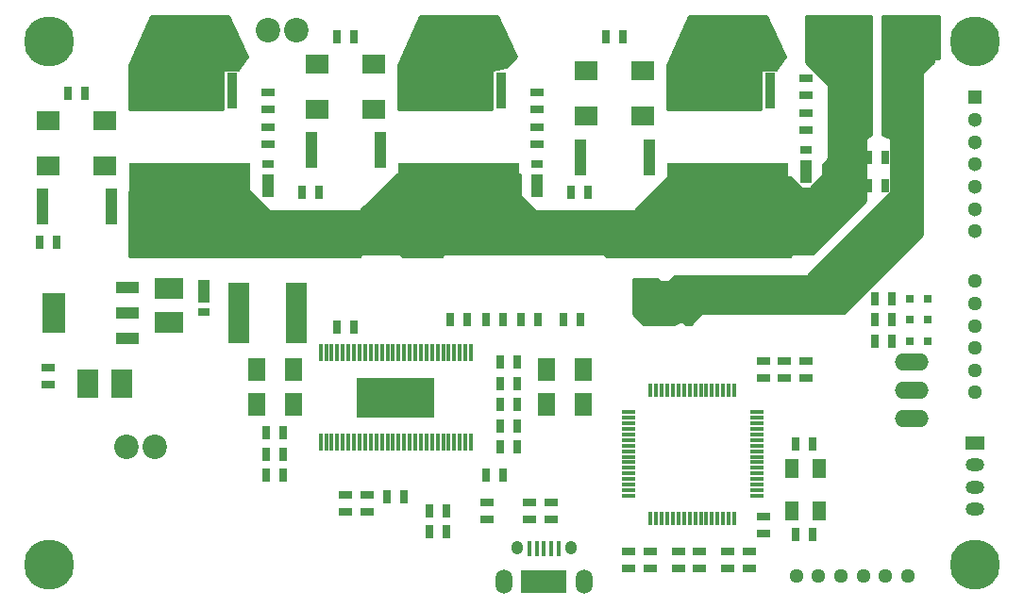
<source format=gts>
G04 #@! TF.FileFunction,Soldermask,Top*
%FSLAX46Y46*%
G04 Gerber Fmt 4.6, Leading zero omitted, Abs format (unit mm)*
G04 Created by KiCad (PCBNEW 4.0.7-e1-6374~58~ubuntu14.04.1) date Tue Aug 22 11:21:06 2017*
%MOMM*%
%LPD*%
G01*
G04 APERTURE LIST*
%ADD10C,0.100000*%
%ADD11R,1.524000X2.032000*%
%ADD12R,1.143000X0.635000*%
%ADD13R,0.635000X1.143000*%
%ADD14R,1.950720X2.499360*%
%ADD15R,1.849120X5.499100*%
%ADD16R,2.499360X1.950720*%
%ADD17R,1.100000X0.800000*%
%ADD18R,1.100000X2.000000*%
%ADD19R,2.159000X1.778000*%
%ADD20O,3.048000X1.524000*%
%ADD21C,1.300480*%
%ADD22R,1.300000X1.300000*%
%ADD23C,1.300000*%
%ADD24R,5.000000X4.000000*%
%ADD25R,1.699260X1.198880*%
%ADD26O,1.699260X1.198880*%
%ADD27R,10.800080X8.150860*%
%ADD28R,0.899160X3.200400*%
%ADD29R,1.000000X3.200000*%
%ADD30R,1.300480X0.300000*%
%ADD31R,0.300000X1.300480*%
%ADD32R,2.032000X3.657600*%
%ADD33R,2.032000X1.016000*%
%ADD34R,0.299720X1.501140*%
%ADD35R,7.000240X3.599180*%
%ADD36R,0.400000X1.350000*%
%ADD37O,1.050000X1.250000*%
%ADD38O,1.500000X2.200000*%
%ADD39R,4.100000X2.000000*%
%ADD40R,1.198880X1.800860*%
%ADD41R,0.800000X0.800000*%
%ADD42C,4.500000*%
%ADD43C,2.200000*%
%ADD44R,2.400000X2.400000*%
%ADD45C,2.400000*%
%ADD46C,0.254000*%
G04 APERTURE END LIST*
D10*
D11*
X89916000Y-65405000D03*
X86614000Y-65405000D03*
D12*
X106045000Y-78613000D03*
X106045000Y-80137000D03*
X95885000Y-81788000D03*
X95885000Y-83312000D03*
X102870000Y-81788000D03*
X102870000Y-83312000D03*
X100330000Y-81788000D03*
X100330000Y-83312000D03*
D11*
X89916000Y-68580000D03*
X86614000Y-68580000D03*
X60579000Y-68580000D03*
X63881000Y-68580000D03*
D13*
X110490000Y-80264000D03*
X108966000Y-80264000D03*
D12*
X68580000Y-76708000D03*
X68580000Y-78232000D03*
D13*
X77597000Y-80010000D03*
X76073000Y-80010000D03*
X72263000Y-76835000D03*
X73787000Y-76835000D03*
X82677000Y-74930000D03*
X81153000Y-74930000D03*
D12*
X41910000Y-65278000D03*
X41910000Y-66802000D03*
D14*
X45466000Y-66675000D03*
X48514000Y-66675000D03*
D12*
X70485000Y-76708000D03*
X70485000Y-78232000D03*
D13*
X69342000Y-61595000D03*
X67818000Y-61595000D03*
X77978000Y-60960000D03*
X79502000Y-60960000D03*
X81153000Y-60960000D03*
X82677000Y-60960000D03*
X108966000Y-72136000D03*
X110490000Y-72136000D03*
D11*
X60579000Y-65405000D03*
X63881000Y-65405000D03*
D12*
X106045000Y-64643000D03*
X106045000Y-66167000D03*
D13*
X43688000Y-40640000D03*
X45212000Y-40640000D03*
X67818000Y-35560000D03*
X69342000Y-35560000D03*
X91948000Y-35560000D03*
X93472000Y-35560000D03*
D15*
X59019440Y-60325000D03*
X64170560Y-60325000D03*
D13*
X77597000Y-78105000D03*
X76073000Y-78105000D03*
X62992000Y-71120000D03*
X61468000Y-71120000D03*
D16*
X52705000Y-58166000D03*
X52705000Y-61214000D03*
D13*
X83947000Y-64770000D03*
X82423000Y-64770000D03*
X83947000Y-66675000D03*
X82423000Y-66675000D03*
X83947000Y-68580000D03*
X82423000Y-68580000D03*
X83947000Y-70485000D03*
X82423000Y-70485000D03*
X83947000Y-72390000D03*
X82423000Y-72390000D03*
D17*
X61595000Y-47010000D03*
D18*
X61595000Y-48910000D03*
D17*
X85725000Y-47010000D03*
D18*
X85725000Y-48910000D03*
D17*
X109855000Y-45740000D03*
D18*
X109855000Y-47640000D03*
D19*
X46990000Y-47117000D03*
X46990000Y-43053000D03*
X41910000Y-43053000D03*
X41910000Y-47117000D03*
X71120000Y-42037000D03*
X71120000Y-37973000D03*
X66040000Y-37973000D03*
X66040000Y-42037000D03*
X95250000Y-42672000D03*
X95250000Y-38608000D03*
X90170000Y-38608000D03*
X90170000Y-42672000D03*
D17*
X55880000Y-60305000D03*
D18*
X55880000Y-58405000D03*
D20*
X119380000Y-69850000D03*
X119380000Y-67310000D03*
X119380000Y-64770000D03*
D21*
X112999240Y-84000000D03*
X115000760Y-84000000D03*
X116999740Y-84000000D03*
X119001260Y-84000000D03*
X111000260Y-84000000D03*
X108998740Y-84000000D03*
X125000000Y-63500760D03*
X125000000Y-61499240D03*
X125000000Y-59500260D03*
X125000000Y-57498740D03*
X125000000Y-65499740D03*
X125000000Y-67501260D03*
D22*
X125000000Y-40995440D03*
D23*
X125000000Y-44998480D03*
X125000000Y-42996960D03*
X125000000Y-46997460D03*
X125000000Y-48998980D03*
X125000000Y-51000500D03*
X125000000Y-52999480D03*
D24*
X112395000Y-35560000D03*
X119380000Y-35560000D03*
X102870000Y-35560000D03*
X78740000Y-35560000D03*
X54610000Y-35560000D03*
D25*
X125000000Y-71997720D03*
D26*
X125000000Y-76000760D03*
X125000000Y-73999240D03*
X125000000Y-77999740D03*
D27*
X54610000Y-50985420D03*
D28*
X58420000Y-40383460D03*
X57150000Y-40383460D03*
X55880000Y-40383460D03*
X53340000Y-40383460D03*
X52070000Y-40383460D03*
X50800000Y-40383460D03*
D27*
X78740000Y-50985420D03*
D28*
X82550000Y-40383460D03*
X81280000Y-40383460D03*
X80010000Y-40383460D03*
X77470000Y-40383460D03*
X76200000Y-40383460D03*
X74930000Y-40383460D03*
D27*
X102870000Y-50985420D03*
D28*
X106680000Y-40383460D03*
X105410000Y-40383460D03*
X104140000Y-40383460D03*
X101600000Y-40383460D03*
X100330000Y-40383460D03*
X99060000Y-40383460D03*
D12*
X109855000Y-64643000D03*
X109855000Y-66167000D03*
X107950000Y-64643000D03*
X107950000Y-66167000D03*
X81280000Y-78867000D03*
X81280000Y-77343000D03*
X98425000Y-83312000D03*
X98425000Y-81788000D03*
X104775000Y-83312000D03*
X104775000Y-81788000D03*
X93980000Y-83312000D03*
X93980000Y-81788000D03*
D29*
X47550000Y-50800000D03*
X41350000Y-50800000D03*
X71680000Y-45720000D03*
X65480000Y-45720000D03*
D13*
X61468000Y-74930000D03*
X62992000Y-74930000D03*
X62992000Y-73025000D03*
X61468000Y-73025000D03*
X117602000Y-62865000D03*
X116078000Y-62865000D03*
X90297000Y-49530000D03*
X88773000Y-49530000D03*
X66167000Y-49530000D03*
X64643000Y-49530000D03*
D12*
X61595000Y-43688000D03*
X61595000Y-45212000D03*
D13*
X41148000Y-53975000D03*
X42672000Y-53975000D03*
D12*
X85725000Y-43688000D03*
X85725000Y-45212000D03*
D13*
X117602000Y-60960000D03*
X116078000Y-60960000D03*
X117602000Y-59055000D03*
X116078000Y-59055000D03*
D29*
X95810000Y-46355000D03*
X89610000Y-46355000D03*
D12*
X109855000Y-42418000D03*
X109855000Y-43942000D03*
D13*
X89662000Y-60960000D03*
X88138000Y-60960000D03*
X85852000Y-60960000D03*
X84328000Y-60960000D03*
D12*
X85090000Y-77343000D03*
X85090000Y-78867000D03*
X86995000Y-77343000D03*
X86995000Y-78867000D03*
D30*
X105445560Y-75275440D03*
X105445560Y-74775060D03*
X105445560Y-74274680D03*
X105445560Y-73774300D03*
X105445560Y-73273920D03*
X105445560Y-76774040D03*
X105445560Y-76276200D03*
X105445560Y-75775820D03*
D31*
X103444040Y-67274440D03*
X102946200Y-67274440D03*
X102445820Y-67274440D03*
X101945440Y-67274440D03*
X101445060Y-67274440D03*
X100944680Y-67274440D03*
X100444300Y-67274440D03*
X99943920Y-67274440D03*
D30*
X93944440Y-69275960D03*
X93944440Y-69773800D03*
X93944440Y-70274180D03*
X93944440Y-70774560D03*
X93944440Y-71274940D03*
X93944440Y-71775320D03*
X93944440Y-72275700D03*
X93944440Y-72776080D03*
D31*
X95945960Y-78775560D03*
X96443800Y-78775560D03*
X96944180Y-78775560D03*
X97444560Y-78775560D03*
X97944940Y-78775560D03*
X98445320Y-78775560D03*
X98945700Y-78775560D03*
X99446080Y-78775560D03*
D30*
X105445560Y-72776080D03*
X105445560Y-72275700D03*
X105445560Y-71775320D03*
D31*
X99446080Y-67274440D03*
X98945700Y-67274440D03*
X98445320Y-67274440D03*
D30*
X93944440Y-73273920D03*
X93944440Y-73774300D03*
X93944440Y-74274680D03*
D31*
X99943920Y-78775560D03*
X100444300Y-78775560D03*
X100944680Y-78775560D03*
D30*
X105445560Y-71274940D03*
X105445560Y-70774560D03*
X105445560Y-70274180D03*
X105445560Y-69773800D03*
X105445560Y-69275960D03*
D31*
X97944940Y-67274440D03*
X97444560Y-67274440D03*
X96944180Y-67274440D03*
X96443800Y-67274440D03*
X95945960Y-67274440D03*
D30*
X93944440Y-74775060D03*
X93944440Y-75275440D03*
X93944440Y-75775820D03*
X93944440Y-76276200D03*
X93944440Y-76774040D03*
D31*
X101445060Y-78775560D03*
X101945440Y-78775560D03*
X102445820Y-78775560D03*
X102946200Y-78775560D03*
X103444040Y-78775560D03*
D32*
X42418000Y-60325000D03*
D33*
X49022000Y-60325000D03*
X49022000Y-58039000D03*
X49022000Y-62611000D03*
D34*
X75328780Y-63944500D03*
X74828400Y-63944500D03*
X74328020Y-63944500D03*
X73827640Y-63944500D03*
X73327260Y-63944500D03*
X72829420Y-63944500D03*
X72329040Y-63944500D03*
X71828660Y-63944500D03*
X71328280Y-63944500D03*
X70827900Y-63944500D03*
X70327520Y-63944500D03*
X79827120Y-63944500D03*
X79329280Y-63944500D03*
X78828900Y-63944500D03*
X74328020Y-71945500D03*
X77828140Y-63944500D03*
X77327760Y-63944500D03*
X76827380Y-63944500D03*
X76329540Y-63944500D03*
X75829160Y-63944500D03*
X71828660Y-71945500D03*
X72329040Y-71945500D03*
X72829420Y-71945500D03*
X73327260Y-71945500D03*
X73827640Y-71945500D03*
X78328520Y-63944500D03*
X74828400Y-71945500D03*
X75328780Y-71945500D03*
X75829160Y-71945500D03*
X76329540Y-71945500D03*
X76827380Y-71945500D03*
X77327760Y-71945500D03*
X77828140Y-71945500D03*
X66329560Y-71945500D03*
X66827400Y-71945500D03*
X67327780Y-71945500D03*
X67828160Y-71945500D03*
X68328540Y-71945500D03*
X68828920Y-71945500D03*
X69329300Y-71945500D03*
X69827140Y-71945500D03*
X70327520Y-71945500D03*
X70827900Y-71945500D03*
X71328280Y-71945500D03*
X78328520Y-71945500D03*
X78828900Y-71945500D03*
X79329280Y-71945500D03*
X79827120Y-71945500D03*
X69827140Y-63944500D03*
X69329300Y-63944500D03*
X68828920Y-63944500D03*
X68328540Y-63944500D03*
X67828160Y-63944500D03*
X67327780Y-63944500D03*
X66827400Y-63944500D03*
X66329560Y-63944500D03*
D35*
X73025000Y-67945000D03*
D36*
X85060000Y-81555000D03*
X85710000Y-81555000D03*
X86360000Y-81555000D03*
X87010000Y-81555000D03*
X87660000Y-81555000D03*
D37*
X83935000Y-81455000D03*
X88785000Y-81455000D03*
D38*
X82760000Y-84455000D03*
X89960000Y-84455000D03*
D39*
X86360000Y-84455000D03*
D40*
X108605320Y-78099920D03*
X111104680Y-78099920D03*
X111104680Y-74300080D03*
X108605320Y-74300080D03*
D41*
X119215000Y-60960000D03*
X120815000Y-60960000D03*
X119215000Y-59055000D03*
X120815000Y-59055000D03*
X119215000Y-62865000D03*
X120815000Y-62865000D03*
D12*
X61595000Y-40513000D03*
X61595000Y-42037000D03*
X85725000Y-40513000D03*
X85725000Y-42037000D03*
X109855000Y-39243000D03*
X109855000Y-40767000D03*
D42*
X125010000Y-36000000D03*
X42010000Y-36000000D03*
X125010000Y-83000000D03*
X42010000Y-83000000D03*
D13*
X115443000Y-46355000D03*
X116967000Y-46355000D03*
X115443000Y-48895000D03*
X116967000Y-48895000D03*
D43*
X64135000Y-34925000D03*
X61595000Y-34925000D03*
X51435000Y-72390000D03*
X48895000Y-72390000D03*
D44*
X113665000Y-40005000D03*
D45*
X118665000Y-40005000D03*
D44*
X113665000Y-43180000D03*
D45*
X118665000Y-43180000D03*
D46*
G36*
X115697000Y-44371510D02*
X115259204Y-44590408D01*
X115219485Y-44621454D01*
X115194974Y-44665507D01*
X115189000Y-44704000D01*
X115189000Y-50239394D01*
X110437394Y-54991000D01*
X108712000Y-54991000D01*
X108662590Y-55001006D01*
X108622197Y-55028197D01*
X108405394Y-55245000D01*
X92000606Y-55245000D01*
X91783803Y-55028197D01*
X91741789Y-55000334D01*
X91694000Y-54991000D01*
X77470000Y-54991000D01*
X77420590Y-55001006D01*
X77380197Y-55028197D01*
X77163394Y-55245000D01*
X73712606Y-55245000D01*
X73495803Y-55028197D01*
X73453789Y-55000334D01*
X73406000Y-54991000D01*
X70104000Y-54991000D01*
X70054590Y-55001006D01*
X70014197Y-55028197D01*
X69797394Y-55245000D01*
X49149000Y-55245000D01*
X49149000Y-49403000D01*
X59891394Y-49403000D01*
X61632197Y-51143803D01*
X61674211Y-51171666D01*
X61722000Y-51181000D01*
X69850000Y-51181000D01*
X69899410Y-51170994D01*
X69939803Y-51143803D01*
X73204606Y-47879000D01*
X84201000Y-47879000D01*
X84201000Y-49784000D01*
X84211006Y-49833410D01*
X84238197Y-49873803D01*
X85508197Y-51143803D01*
X85550211Y-51171666D01*
X85598000Y-51181000D01*
X94488000Y-51181000D01*
X94537410Y-51170994D01*
X94577803Y-51143803D01*
X97371803Y-48349803D01*
X97399666Y-48307789D01*
X97409000Y-48260000D01*
X97409000Y-48133000D01*
X108405394Y-48133000D01*
X109384197Y-49111803D01*
X109426211Y-49139666D01*
X109474000Y-49149000D01*
X110236000Y-49149000D01*
X110285410Y-49138994D01*
X110325803Y-49111803D01*
X111341803Y-48095803D01*
X111369666Y-48053789D01*
X111379000Y-48006000D01*
X111379000Y-47042606D01*
X111849803Y-46571803D01*
X111877666Y-46529789D01*
X111887000Y-46482000D01*
X111887000Y-39878000D01*
X111876994Y-39828590D01*
X111849803Y-39788197D01*
X109855000Y-37793394D01*
X109855000Y-33655000D01*
X115697000Y-33655000D01*
X115697000Y-44371510D01*
X115697000Y-44371510D01*
G37*
X115697000Y-44371510D02*
X115259204Y-44590408D01*
X115219485Y-44621454D01*
X115194974Y-44665507D01*
X115189000Y-44704000D01*
X115189000Y-50239394D01*
X110437394Y-54991000D01*
X108712000Y-54991000D01*
X108662590Y-55001006D01*
X108622197Y-55028197D01*
X108405394Y-55245000D01*
X92000606Y-55245000D01*
X91783803Y-55028197D01*
X91741789Y-55000334D01*
X91694000Y-54991000D01*
X77470000Y-54991000D01*
X77420590Y-55001006D01*
X77380197Y-55028197D01*
X77163394Y-55245000D01*
X73712606Y-55245000D01*
X73495803Y-55028197D01*
X73453789Y-55000334D01*
X73406000Y-54991000D01*
X70104000Y-54991000D01*
X70054590Y-55001006D01*
X70014197Y-55028197D01*
X69797394Y-55245000D01*
X49149000Y-55245000D01*
X49149000Y-49403000D01*
X59891394Y-49403000D01*
X61632197Y-51143803D01*
X61674211Y-51171666D01*
X61722000Y-51181000D01*
X69850000Y-51181000D01*
X69899410Y-51170994D01*
X69939803Y-51143803D01*
X73204606Y-47879000D01*
X84201000Y-47879000D01*
X84201000Y-49784000D01*
X84211006Y-49833410D01*
X84238197Y-49873803D01*
X85508197Y-51143803D01*
X85550211Y-51171666D01*
X85598000Y-51181000D01*
X94488000Y-51181000D01*
X94537410Y-51170994D01*
X94577803Y-51143803D01*
X97371803Y-48349803D01*
X97399666Y-48307789D01*
X97409000Y-48260000D01*
X97409000Y-48133000D01*
X108405394Y-48133000D01*
X109384197Y-49111803D01*
X109426211Y-49139666D01*
X109474000Y-49149000D01*
X110236000Y-49149000D01*
X110285410Y-49138994D01*
X110325803Y-49111803D01*
X111341803Y-48095803D01*
X111369666Y-48053789D01*
X111379000Y-48006000D01*
X111379000Y-47042606D01*
X111849803Y-46571803D01*
X111877666Y-46529789D01*
X111887000Y-46482000D01*
X111887000Y-39878000D01*
X111876994Y-39828590D01*
X111849803Y-39788197D01*
X109855000Y-37793394D01*
X109855000Y-33655000D01*
X115697000Y-33655000D01*
X115697000Y-44371510D01*
G36*
X108055566Y-37320244D02*
X107126961Y-38481000D01*
X105918000Y-38481000D01*
X105868590Y-38491006D01*
X105826965Y-38519447D01*
X105799685Y-38561841D01*
X105791000Y-38608000D01*
X105791000Y-42037000D01*
X97409000Y-42037000D01*
X97409000Y-38126952D01*
X99396534Y-33655000D01*
X106345119Y-33655000D01*
X108055566Y-37320244D01*
X108055566Y-37320244D01*
G37*
X108055566Y-37320244D02*
X107126961Y-38481000D01*
X105918000Y-38481000D01*
X105868590Y-38491006D01*
X105826965Y-38519447D01*
X105799685Y-38561841D01*
X105791000Y-38608000D01*
X105791000Y-42037000D01*
X97409000Y-42037000D01*
X97409000Y-38126952D01*
X99396534Y-33655000D01*
X106345119Y-33655000D01*
X108055566Y-37320244D01*
G36*
X83921297Y-37311097D02*
X82995387Y-38237007D01*
X81763093Y-38483466D01*
X81716605Y-38502968D01*
X81681366Y-38539020D01*
X81661000Y-38608000D01*
X81661000Y-42037000D01*
X73279000Y-42037000D01*
X73279000Y-38126952D01*
X75266534Y-33655000D01*
X82215119Y-33655000D01*
X83921297Y-37311097D01*
X83921297Y-37311097D01*
G37*
X83921297Y-37311097D02*
X82995387Y-38237007D01*
X81763093Y-38483466D01*
X81716605Y-38502968D01*
X81681366Y-38539020D01*
X81661000Y-38608000D01*
X81661000Y-42037000D01*
X73279000Y-42037000D01*
X73279000Y-38126952D01*
X75266534Y-33655000D01*
X82215119Y-33655000D01*
X83921297Y-37311097D01*
G36*
X59795566Y-37320244D02*
X58866961Y-38481000D01*
X57658000Y-38481000D01*
X57608590Y-38491006D01*
X57566965Y-38519447D01*
X57539685Y-38561841D01*
X57531000Y-38608000D01*
X57531000Y-42037000D01*
X49149000Y-42037000D01*
X49149000Y-38126952D01*
X51136534Y-33655000D01*
X58085119Y-33655000D01*
X59795566Y-37320244D01*
X59795566Y-37320244D01*
G37*
X59795566Y-37320244D02*
X58866961Y-38481000D01*
X57658000Y-38481000D01*
X57608590Y-38491006D01*
X57566965Y-38519447D01*
X57539685Y-38561841D01*
X57531000Y-38608000D01*
X57531000Y-42037000D01*
X49149000Y-42037000D01*
X49149000Y-38126952D01*
X51136534Y-33655000D01*
X58085119Y-33655000D01*
X59795566Y-37320244D01*
G36*
X121793000Y-37465000D02*
X121412000Y-37465000D01*
X121362590Y-37475006D01*
X121320965Y-37503447D01*
X121293685Y-37545841D01*
X121285000Y-37592000D01*
X121285000Y-37793394D01*
X120306197Y-38772197D01*
X120278334Y-38814211D01*
X120269000Y-38862000D01*
X120269000Y-53287394D01*
X113231394Y-60325000D01*
X100584000Y-60325000D01*
X100534590Y-60335006D01*
X100494197Y-60362197D01*
X99515394Y-61341000D01*
X99112606Y-61341000D01*
X98895803Y-61124197D01*
X98853789Y-61096334D01*
X98806000Y-61087000D01*
X98552000Y-61087000D01*
X98495204Y-61100408D01*
X98014020Y-61341000D01*
X95302606Y-61341000D01*
X94361000Y-60399394D01*
X94361000Y-57277000D01*
X96467394Y-57277000D01*
X96684197Y-57493803D01*
X96726211Y-57521666D01*
X96774000Y-57531000D01*
X97536000Y-57531000D01*
X97585410Y-57520994D01*
X97625803Y-57493803D01*
X98096606Y-57023000D01*
X109982000Y-57023000D01*
X110031410Y-57012994D01*
X110071803Y-56985803D01*
X117437803Y-49619803D01*
X117465666Y-49577789D01*
X117475000Y-49530000D01*
X117475000Y-44704000D01*
X117464994Y-44654590D01*
X117436553Y-44612965D01*
X117388161Y-44583517D01*
X116713000Y-44358463D01*
X116713000Y-33655000D01*
X121793000Y-33655000D01*
X121793000Y-37465000D01*
X121793000Y-37465000D01*
G37*
X121793000Y-37465000D02*
X121412000Y-37465000D01*
X121362590Y-37475006D01*
X121320965Y-37503447D01*
X121293685Y-37545841D01*
X121285000Y-37592000D01*
X121285000Y-37793394D01*
X120306197Y-38772197D01*
X120278334Y-38814211D01*
X120269000Y-38862000D01*
X120269000Y-53287394D01*
X113231394Y-60325000D01*
X100584000Y-60325000D01*
X100534590Y-60335006D01*
X100494197Y-60362197D01*
X99515394Y-61341000D01*
X99112606Y-61341000D01*
X98895803Y-61124197D01*
X98853789Y-61096334D01*
X98806000Y-61087000D01*
X98552000Y-61087000D01*
X98495204Y-61100408D01*
X98014020Y-61341000D01*
X95302606Y-61341000D01*
X94361000Y-60399394D01*
X94361000Y-57277000D01*
X96467394Y-57277000D01*
X96684197Y-57493803D01*
X96726211Y-57521666D01*
X96774000Y-57531000D01*
X97536000Y-57531000D01*
X97585410Y-57520994D01*
X97625803Y-57493803D01*
X98096606Y-57023000D01*
X109982000Y-57023000D01*
X110031410Y-57012994D01*
X110071803Y-56985803D01*
X117437803Y-49619803D01*
X117465666Y-49577789D01*
X117475000Y-49530000D01*
X117475000Y-44704000D01*
X117464994Y-44654590D01*
X117436553Y-44612965D01*
X117388161Y-44583517D01*
X116713000Y-44358463D01*
X116713000Y-33655000D01*
X121793000Y-33655000D01*
X121793000Y-37465000D01*
M02*

</source>
